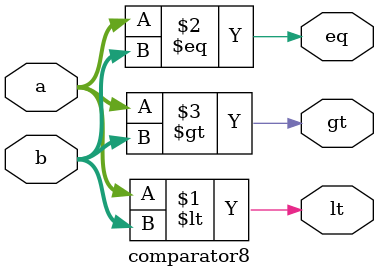
<source format=v>
module comparator8(a, b, lt, eq, gt);
  input[7:0] a, b;
  output lt, eq, gt;

  assign lt = (a < b);
  assign eq = (a == b);
  assign gt = (a > b);
endmodule

</source>
